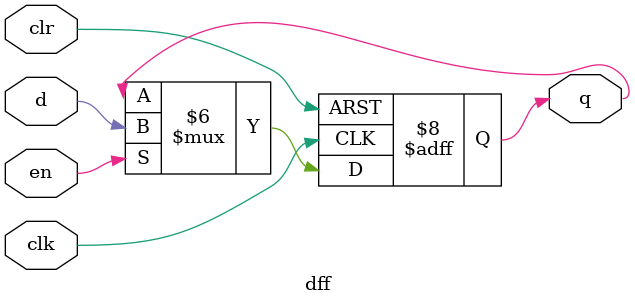
<source format=v>
module dff(
	input wire [0:0] clk,
	input wire [0:0] clr,
	input wire [0:0] en,
	input wire [0:0] d,
	output reg [0:0] q
);
	initial begin
	   q = 0;
	end
	always@(posedge clk or posedge clr) begin
		if(clr == 1) begin 
			q <= 0;
		end
		else begin
			if(en == 1)
				q <= d;
			else 
				q <= q;
		end
	end

endmodule
</source>
